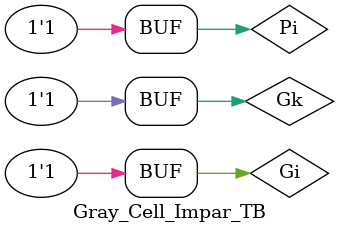
<source format=v>


module Gray_Cell_Impar_TB ();
	reg Gi;
	reg Pi;
	reg Gk;
	wire Go;

	Gray_Cell_Impar uut(Gi, Pi, Gk, Go);

	initial begin 
		Gi = 1'b0;
		Pi = 1'b0;
		Gk = 1'b0;
	#10
		Gi = 1'b0;
		Pi = 1'b0;
		Gk = 1'b1;
	#10
		Gi = 1'b0;
		Pi = 1'b1;
		Gk = 1'b0;
	#10
		Gi = 1'b0;
		Pi = 1'b1;
		Gk = 1'b1;
	#10
		Gi = 1'b1;
		Pi = 1'b0;
		Gk = 1'b0;
	#10
		Gi = 1'b1;
		Pi = 1'b0;
		Gk = 1'b1;
	#10
		Gi = 1'b1;
		Pi = 1'b1;
		Gk = 1'b0;
	#10
		Gi = 1'b1;
		Pi = 1'b1;
		Gk = 1'b1;
	#10;
	end
endmodule

</source>
